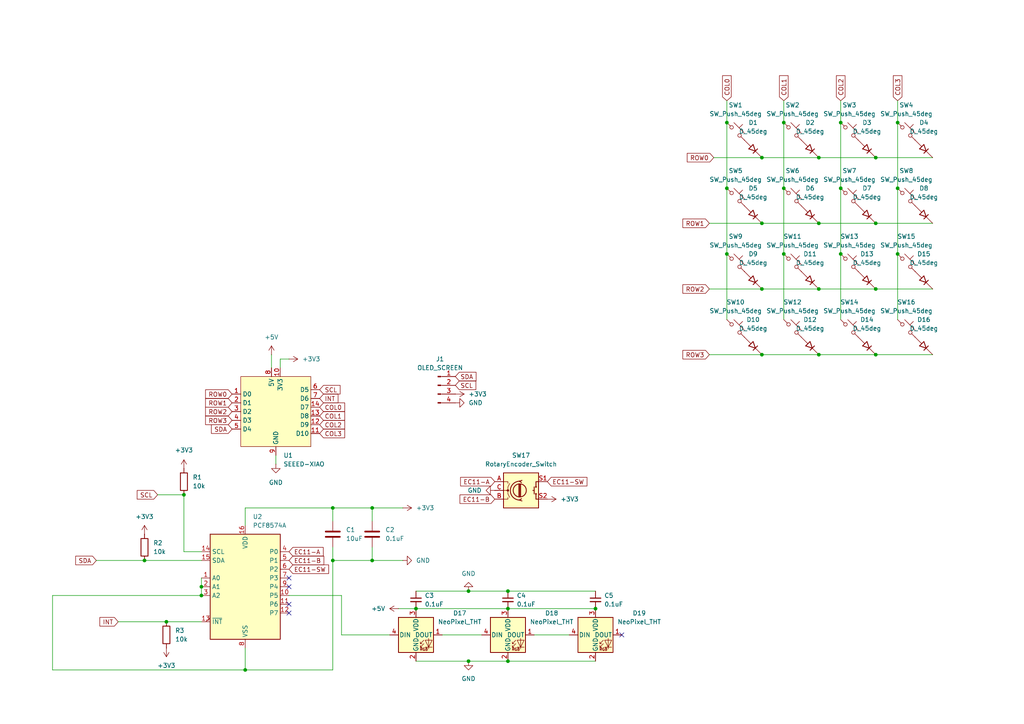
<source format=kicad_sch>
(kicad_sch (version 20231120) (generator "eeschema") (generator_version "8.0")
  (paper "A4")
  (lib_symbols
    (symbol "Connector:Conn_01x04_Pin" (pin_names (offset 1.016) hide)
      (property "Reference" "J" (at 0 5.08 0))
      (property "Value" "Conn_01x04_Pin" (at 0 -7.62 0))
      (symbol "Conn_01x04_Pin_1_1"
        (polyline (pts (xy 1.27 -5.08) (xy 0.8636 -5.08)) (stroke (width 0.1524)))
        (polyline (pts (xy 1.27 -2.54) (xy 0.8636 -2.54)) (stroke (width 0.1524)))
        (polyline (pts (xy 1.27 0) (xy 0.8636 0)) (stroke (width 0.1524)))
        (polyline (pts (xy 1.27 2.54) (xy 0.8636 2.54)) (stroke (width 0.1524)))
        (rectangle (start 0.8636 -4.953) (end 0 -5.207) (stroke (width 0.1524)) (fill (type outline)))
        (rectangle (start 0.8636 -2.413) (end 0 -2.667) (stroke (width 0.1524)) (fill (type outline)))
        (rectangle (start 0.8636 0.127) (end 0 -0.127) (stroke (width 0.1524)) (fill (type outline)))
        (rectangle (start 0.8636 2.667) (end 0 2.413) (stroke (width 0.1524)) (fill (type outline)))
        (pin passive line (at 5.08 2.54 180) (length 3.81) (name "Pin_1") (number "1"))
        (pin passive line (at 5.08 0 180) (length 3.81) (name "Pin_2") (number "2"))
        (pin passive line (at 5.08 -2.54 180) (length 3.81) (name "Pin_3") (number "3"))
        (pin passive line (at 5.08 -5.08 180) (length 3.81) (name "Pin_4") (number "4"))
      )
    )
    (symbol "Device:C" (pin_numbers hide) (pin_names (offset 0.254))
      (property "Reference" "C" (at 0.635 2.54 0))
      (property "Value" "C" (at 0.635 -2.54 0))
      (symbol "C_0_1"
        (polyline (pts (xy -2.032 -0.762) (xy 2.032 -0.762)) (stroke (width 0.508)))
        (polyline (pts (xy -2.032 0.762) (xy 2.032 0.762)) (stroke (width 0.508)))
      )
      (symbol "C_1_1"
        (pin passive line (at 0 3.81 270) (length 2.794) (name "~") (number "1"))
        (pin passive line (at 0 -3.81 90) (length 2.794) (name "~") (number "2"))
      )
    )
    (symbol "Device:C_Small" (pin_numbers hide) (pin_names (offset 0.254) hide)
      (property "Reference" "C" (at 0.254 1.778 0))
      (property "Value" "C_Small" (at 0.254 -2.032 0))
      (symbol "C_Small_0_1"
        (polyline (pts (xy -1.524 -0.508) (xy 1.524 -0.508)) (stroke (width 0.3302)))
        (polyline (pts (xy -1.524 0.508) (xy 1.524 0.508)) (stroke (width 0.3048)))
      )
      (symbol "C_Small_1_1"
        (pin passive line (at 0 2.54 270) (length 2.032) (name "~") (number "1"))
        (pin passive line (at 0 -2.54 90) (length 2.032) (name "~") (number "2"))
      )
    )
    (symbol "Device:D_45deg" (pin_numbers hide) (pin_names (offset 0) hide)
      (property "Reference" "D" (at 1.27 2.54 0))
      (property "Value" "D_45deg" (at 1.27 0 0))
      (symbol "D_45deg_0_1"
        (polyline (pts (xy -0.635 0.635) (xy -2.54 2.54)))
        (polyline (pts (xy 0 -1.27) (xy 1.27 0)) (stroke (width 0.254)))
        (polyline (pts (xy 2.54 -2.54) (xy 0.635 -0.635)))
        (polyline (pts (xy -1.27 0) (xy 0 1.27) (xy 0.635 -0.635) (xy -1.27 0)) (stroke (width 0.254)))
      )
      (symbol "D_45deg_1_1"
        (pin passive line (at 2.54 -2.54 180) (length 0) (name "K") (number "1"))
        (pin passive line (at -2.54 2.54 0) (length 0) (name "A") (number "2"))
      )
    )
    (symbol "Device:R" (pin_numbers hide) (pin_names (offset 0))
      (property "Reference" "R" (at 2.032 0 90))
      (property "Value" "R" (at 0 0 90))
      (symbol "R_0_1"
        (rectangle (start -1.016 -2.54) (end 1.016 2.54) (stroke (width 0.254)))
      )
      (symbol "R_1_1"
        (pin passive line (at 0 3.81 270) (length 1.27) (name "~") (number "1"))
        (pin passive line (at 0 -3.81 90) (length 1.27) (name "~") (number "2"))
      )
    )
    (symbol "Device:RotaryEncoder_Switch" (pin_names (offset 0.254) hide)
      (property "Reference" "SW" (at 0 6.604 0))
      (property "Value" "RotaryEncoder_Switch" (at 0 -6.604 0))
      (symbol "RotaryEncoder_Switch_0_1"
        (rectangle (start -5.08 5.08) (end 5.08 -5.08) (stroke (width 0.254)) (fill (type background)))
        (circle (center -3.81 0) (radius 0.254) (fill (type outline)))
        (circle (center -0.381 0) (radius 1.905) (stroke (width 0.254)))
        (arc (start -0.381 2.667) (mid -3.0988 -0.0635) (end -0.381 -2.794) (stroke (width 0.254)))
        (polyline (pts (xy -0.635 -1.778) (xy -0.635 1.778)) (stroke (width 0.254)))
        (polyline (pts (xy -0.381 -1.778) (xy -0.381 1.778)) (stroke (width 0.254)))
        (polyline (pts (xy -0.127 1.778) (xy -0.127 -1.778)) (stroke (width 0.254)))
        (polyline (pts (xy 3.81 0) (xy 3.429 0)) (stroke (width 0.254)))
        (polyline (pts (xy 3.81 1.016) (xy 3.81 -1.016)) (stroke (width 0.254)))
        (polyline (pts (xy -5.08 -2.54) (xy -3.81 -2.54) (xy -3.81 -2.032)))
        (polyline (pts (xy -5.08 2.54) (xy -3.81 2.54) (xy -3.81 2.032)))
        (polyline (pts (xy 0.254 -3.048) (xy -0.508 -2.794) (xy 0.127 -2.413)) (stroke (width 0.254)))
        (polyline (pts (xy 0.254 2.921) (xy -0.508 2.667) (xy 0.127 2.286)) (stroke (width 0.254)))
        (polyline (pts (xy 5.08 -2.54) (xy 4.318 -2.54) (xy 4.318 -1.016)) (stroke (width 0.254)))
        (polyline (pts (xy 5.08 2.54) (xy 4.318 2.54) (xy 4.318 1.016)) (stroke (width 0.254)))
        (polyline (pts (xy -5.08 0) (xy -3.81 0) (xy -3.81 -1.016) (xy -3.302 -2.032)))
        (polyline (pts (xy -4.318 0) (xy -3.81 0) (xy -3.81 1.016) (xy -3.302 2.032)))
        (circle (center 4.318 -1.016) (radius 0.127) (stroke (width 0.254)))
        (circle (center 4.318 1.016) (radius 0.127) (stroke (width 0.254)))
      )
      (symbol "RotaryEncoder_Switch_1_1"
        (pin passive line (at -7.62 2.54 0) (length 2.54) (name "A") (number "A"))
        (pin passive line (at -7.62 -2.54 0) (length 2.54) (name "B") (number "B"))
        (pin passive line (at -7.62 0 0) (length 2.54) (name "C") (number "C"))
        (pin passive line (at 7.62 2.54 180) (length 2.54) (name "S1") (number "S1"))
        (pin passive line (at 7.62 -2.54 180) (length 2.54) (name "S2") (number "S2"))
      )
    )
    (symbol "Interface_Expansion:PCF8574A"
      (property "Reference" "U" (at -8.89 16.51 0))
      (property "Value" "PCF8574A" (at 2.54 16.51 0))
      (symbol "PCF8574A_0_1"
        (rectangle (start -10.16 15.24) (end 10.16 -15.24) (stroke (width 0.254)) (fill (type background)))
      )
      (symbol "PCF8574A_1_1"
        (pin input line (at -12.7 2.54 0) (length 2.54) (name "A0") (number "1"))
        (pin bidirectional line (at 12.7 -2.54 180) (length 2.54) (name "P5") (number "10"))
        (pin bidirectional line (at 12.7 -5.08 180) (length 2.54) (name "P6") (number "11"))
        (pin bidirectional line (at 12.7 -7.62 180) (length 2.54) (name "P7") (number "12"))
        (pin open_collector output_low (at -12.7 -10.16 0) (length 2.54) (name "~{INT}") (number "13"))
        (pin input line (at -12.7 10.16 0) (length 2.54) (name "SCL") (number "14"))
        (pin bidirectional line (at -12.7 7.62 0) (length 2.54) (name "SDA") (number "15"))
        (pin power_in line (at 0 17.78 270) (length 2.54) (name "VDD") (number "16"))
        (pin input line (at -12.7 0 0) (length 2.54) (name "A1") (number "2"))
        (pin input line (at -12.7 -2.54 0) (length 2.54) (name "A2") (number "3"))
        (pin bidirectional line (at 12.7 10.16 180) (length 2.54) (name "P0") (number "4"))
        (pin bidirectional line (at 12.7 7.62 180) (length 2.54) (name "P1") (number "5"))
        (pin bidirectional line (at 12.7 5.08 180) (length 2.54) (name "P2") (number "6"))
        (pin bidirectional line (at 12.7 2.54 180) (length 2.54) (name "P3") (number "7"))
        (pin power_in line (at 0 -17.78 90) (length 2.54) (name "VSS") (number "8"))
        (pin bidirectional line (at 12.7 0 180) (length 2.54) (name "P4") (number "9"))
      )
    )
    (symbol "LED:NeoPixel_THT" (pin_names (offset 0.254))
      (property "Reference" "D" (at 5.08 5.715 0))
      (property "Value" "NeoPixel_THT" (at 1.27 -5.715 0))
      (symbol "NeoPixel_THT_0_0"
        (text "RGB" (at 2.286 -4.191 0) (effects (font (size 0.762 0.762))))
      )
      (symbol "NeoPixel_THT_0_1"
        (polyline (pts (xy 1.27 -3.556) (xy 1.778 -3.556)))
        (polyline (pts (xy 1.27 -2.54) (xy 1.778 -2.54)))
        (polyline (pts (xy 4.699 -3.556) (xy 2.667 -3.556)))
        (polyline (pts (xy 2.286 -2.54) (xy 1.27 -3.556) (xy 1.27 -3.048)))
        (polyline (pts (xy 2.286 -1.524) (xy 1.27 -2.54) (xy 1.27 -2.032)))
        (polyline (pts (xy 3.683 -1.016) (xy 3.683 -3.556) (xy 3.683 -4.064)))
        (polyline (pts (xy 4.699 -1.524) (xy 2.667 -1.524) (xy 3.683 -3.556) (xy 4.699 -1.524)))
        (rectangle (start 5.08 5.08) (end -5.08 -5.08) (stroke (width 0.254)) (fill (type background)))
      )
      (symbol "NeoPixel_THT_1_1"
        (pin output line (at 7.62 0 180) (length 2.54) (name "DOUT") (number "1"))
        (pin power_in line (at 0 -7.62 90) (length 2.54) (name "GND") (number "2"))
        (pin power_in line (at 0 7.62 270) (length 2.54) (name "VDD") (number "3"))
        (pin input line (at -7.62 0 0) (length 2.54) (name "DIN") (number "4"))
      )
    )
    (symbol "SEEED-XIAO:SEEED-XIAO"
      (property "Reference" "U" (at 2.794 13.716 0))
      (property "Value" "SEEED-XIAO" (at -0.254 0 0))
      (symbol "SEEED-XIAO_0_1"
        (rectangle (start -10.16 10.16) (end 10.16 -10.16) (fill (type background)))
      )
      (symbol "SEEED-XIAO_1_1"
        (pin bidirectional line (at -12.7 5.08 0) (length 2.54) (name "D0") (number "1"))
        (pin power_in line (at 1.27 12.7 270) (length 2.54) (name "3V3") (number "10"))
        (pin bidirectional line (at 12.7 -6.35 180) (length 2.54) (name "D10") (number "11"))
        (pin bidirectional line (at 12.7 -3.81 180) (length 2.54) (name "D9") (number "12"))
        (pin bidirectional line (at 12.7 -1.27 180) (length 2.54) (name "D8") (number "13"))
        (pin bidirectional line (at 12.7 1.27 180) (length 2.54) (name "D7") (number "14"))
        (pin bidirectional line (at -12.7 2.54 0) (length 2.54) (name "D1") (number "2"))
        (pin bidirectional line (at -12.7 0 0) (length 2.54) (name "D2") (number "3"))
        (pin bidirectional line (at -12.7 -2.54 0) (length 2.54) (name "D3") (number "4"))
        (pin bidirectional line (at -12.7 -5.08 0) (length 2.54) (name "D4") (number "5"))
        (pin bidirectional line (at 12.7 6.35 180) (length 2.54) (name "D5") (number "6"))
        (pin bidirectional line (at 12.7 3.81 180) (length 2.54) (name "D6") (number "7"))
        (pin power_in line (at -1.27 12.7 270) (length 2.54) (name "5V") (number "8"))
        (pin power_in line (at 0 -12.7 90) (length 2.54) (name "GND") (number "9"))
      )
    )
    (symbol "Switch:SW_Push_45deg" (pin_numbers hide) (pin_names (offset 1.016) hide)
      (property "Reference" "SW" (at 3.048 1.016 0))
      (property "Value" "SW_Push_45deg" (at 0 -3.81 0))
      (symbol "SW_Push_45deg_0_1"
        (circle (center -1.1684 1.1684) (radius 0.508))
        (polyline (pts (xy -0.508 2.54) (xy 2.54 -0.508)))
        (polyline (pts (xy 1.016 1.016) (xy 2.032 2.032)))
        (polyline (pts (xy -2.54 2.54) (xy -1.524 1.524) (xy -1.524 1.524)))
        (polyline (pts (xy 1.524 -1.524) (xy 2.54 -2.54) (xy 2.54 -2.54) (xy 2.54 -2.54)))
        (circle (center 1.143 -1.1938) (radius 0.508))
        (pin passive line (at -2.54 2.54 0) (length 0) (name "1") (number "1"))
        (pin passive line (at 2.54 -2.54 180) (length 0) (name "2") (number "2"))
      )
    )
    (symbol "power:+3V3" (power) (pin_numbers hide) (pin_names (offset 0) hide)
      (property "Value" "+3V3" (at 0 3.556 0))
      (symbol "+3V3_0_1"
        (polyline (pts (xy -0.762 1.27) (xy 0 2.54)))
        (polyline (pts (xy 0 0) (xy 0 2.54)))
        (polyline (pts (xy 0 2.54) (xy 0.762 1.27)))
      )
      (symbol "+3V3_1_1"
        (pin power_in line (at 0 0 90) (length 0) (name "~") (number "1"))
      )
    )
    (symbol "power:+5V" (power) (pin_numbers hide) (pin_names (offset 0) hide)
      (property "Value" "+5V" (at 0 3.556 0))
      (symbol "+5V_0_1"
        (polyline (pts (xy -0.762 1.27) (xy 0 2.54)))
        (polyline (pts (xy 0 0) (xy 0 2.54)))
        (polyline (pts (xy 0 2.54) (xy 0.762 1.27)))
      )
      (symbol "+5V_1_1"
        (pin power_in line (at 0 0 90) (length 0) (name "~") (number "1"))
      )
    )
    (symbol "power:GND" (power) (pin_numbers hide) (pin_names (offset 0) hide)
      (property "Value" "GND" (at 0 -3.81 0))
      (symbol "GND_0_1"
        (polyline (pts (xy 0 0) (xy 0 -1.27) (xy 1.27 -1.27) (xy 0 -2.54) (xy -1.27 -1.27) (xy 0 -1.27)))
      )
      (symbol "GND_1_1"
        (pin power_in line (at 0 0 270) (length 0) (name "~") (number "1"))
      )
    )
  )
  (junction (at 53.34 143.51))
  (junction (at 220.98 64.77))
  (junction (at 147.32 176.53))
  (junction (at 260.35 54.61))
  (junction (at 237.49 83.82))
  (junction (at 58.42 170.18))
  (junction (at 237.49 64.77))
  (junction (at 243.84 54.61))
  (junction (at 260.35 35.56))
  (junction (at 147.32 191.77))
  (junction (at 220.98 83.82))
  (junction (at 210.82 54.61))
  (junction (at 227.33 54.61))
  (junction (at 227.33 35.56))
  (junction (at 243.84 35.56))
  (junction (at 71.12 194.31))
  (junction (at 237.49 102.87))
  (junction (at 210.82 35.56))
  (junction (at 48.26 180.34))
  (junction (at 260.35 73.66))
  (junction (at 135.89 191.77))
  (junction (at 220.98 102.87))
  (junction (at 237.49 45.72))
  (junction (at 135.89 171.45))
  (junction (at 254 102.87))
  (junction (at 254 83.82))
  (junction (at 107.95 162.56))
  (junction (at 172.72 176.53))
  (junction (at 96.52 147.32))
  (junction (at 120.65 176.53))
  (junction (at 41.91 162.56))
  (junction (at 243.84 73.66))
  (junction (at 147.32 171.45))
  (junction (at 210.82 73.66))
  (junction (at 96.52 162.56))
  (junction (at 254 45.72))
  (junction (at 58.42 172.72))
  (junction (at 227.33 73.66))
  (junction (at 107.95 147.32))
  (junction (at 220.98 45.72))
  (junction (at 254 64.77))
  (no_connect (at 83.82 177.8))
  (no_connect (at 83.82 175.26))
  (no_connect (at 83.82 167.64))
  (no_connect (at 180.34 184.15))
  (no_connect (at 83.82 170.18))
  (wire (pts (xy 243.84 54.61) (xy 243.84 73.66)))
  (wire (pts (xy 227.33 73.66) (xy 227.33 92.71)))
  (wire (pts (xy 107.95 162.56) (xy 107.95 158.75)))
  (wire (pts (xy 210.82 73.66) (xy 210.82 92.71)))
  (wire (pts (xy 58.42 167.64) (xy 58.42 170.18)))
  (wire (pts (xy 139.7 184.15) (xy 128.27 184.15)))
  (wire (pts (xy 207.01 45.72) (xy 220.98 45.72)))
  (wire (pts (xy 96.52 158.75) (xy 96.52 162.56)))
  (wire (pts (xy 27.94 162.56) (xy 41.91 162.56)))
  (wire (pts (xy 71.12 194.31) (xy 96.52 194.31)))
  (wire (pts (xy 147.32 176.53) (xy 172.72 176.53)))
  (wire (pts (xy 227.33 35.56) (xy 227.33 54.61)))
  (wire (pts (xy 96.52 162.56) (xy 96.52 194.31)))
  (wire (pts (xy 15.24 172.72) (xy 58.42 172.72)))
  (wire (pts (xy 99.06 184.15) (xy 113.03 184.15)))
  (wire (pts (xy 71.12 152.4) (xy 71.12 147.32)))
  (wire (pts (xy 220.98 83.82) (xy 237.49 83.82)))
  (wire (pts (xy 120.65 191.77) (xy 135.89 191.77)))
  (wire (pts (xy 210.82 54.61) (xy 210.82 73.66)))
  (wire (pts (xy 83.82 172.72) (xy 99.06 172.72)))
  (wire (pts (xy 260.35 35.56) (xy 260.35 54.61)))
  (wire (pts (xy 205.74 64.77) (xy 220.98 64.77)))
  (wire (pts (xy 120.65 171.45) (xy 135.89 171.45)))
  (wire (pts (xy 78.74 102.87) (xy 78.74 106.68)))
  (wire (pts (xy 165.1 184.15) (xy 154.94 184.15)))
  (wire (pts (xy 254 64.77) (xy 270.51 64.77)))
  (wire (pts (xy 205.74 83.82) (xy 220.98 83.82)))
  (wire (pts (xy 107.95 162.56) (xy 116.84 162.56)))
  (wire (pts (xy 237.49 64.77) (xy 254 64.77)))
  (wire (pts (xy 120.65 176.53) (xy 147.32 176.53)))
  (wire (pts (xy 71.12 147.32) (xy 96.52 147.32)))
  (wire (pts (xy 71.12 187.96) (xy 71.12 194.31)))
  (wire (pts (xy 135.89 171.45) (xy 147.32 171.45)))
  (wire (pts (xy 58.42 160.02) (xy 53.34 160.02)))
  (wire (pts (xy 34.29 180.34) (xy 48.26 180.34)))
  (wire (pts (xy 227.33 54.61) (xy 227.33 73.66)))
  (wire (pts (xy 115.57 176.53) (xy 120.65 176.53)))
  (wire (pts (xy 210.82 35.56) (xy 210.82 54.61)))
  (wire (pts (xy 81.28 106.68) (xy 81.28 104.14)))
  (wire (pts (xy 243.84 73.66) (xy 243.84 92.71)))
  (wire (pts (xy 99.06 172.72) (xy 99.06 184.15)))
  (wire (pts (xy 53.34 143.51) (xy 53.34 160.02)))
  (wire (pts (xy 45.72 143.51) (xy 53.34 143.51)))
  (wire (pts (xy 48.26 180.34) (xy 58.42 180.34)))
  (wire (pts (xy 96.52 147.32) (xy 96.52 151.13)))
  (wire (pts (xy 243.84 35.56) (xy 243.84 54.61)))
  (wire (pts (xy 58.42 170.18) (xy 58.42 172.72)))
  (wire (pts (xy 41.91 162.56) (xy 58.42 162.56)))
  (wire (pts (xy 205.74 102.87) (xy 220.98 102.87)))
  (wire (pts (xy 96.52 162.56) (xy 107.95 162.56)))
  (wire (pts (xy 260.35 54.61) (xy 260.35 73.66)))
  (wire (pts (xy 227.33 29.21) (xy 227.33 35.56)))
  (wire (pts (xy 254 45.72) (xy 270.51 45.72)))
  (wire (pts (xy 147.32 191.77) (xy 172.72 191.77)))
  (wire (pts (xy 260.35 29.21) (xy 260.35 35.56)))
  (wire (pts (xy 220.98 102.87) (xy 237.49 102.87)))
  (wire (pts (xy 237.49 83.82) (xy 254 83.82)))
  (wire (pts (xy 254 102.87) (xy 270.51 102.87)))
  (wire (pts (xy 220.98 64.77) (xy 237.49 64.77)))
  (wire (pts (xy 15.24 172.72) (xy 15.24 194.31)))
  (wire (pts (xy 147.32 191.77) (xy 135.89 191.77)))
  (wire (pts (xy 260.35 73.66) (xy 260.35 92.71)))
  (wire (pts (xy 254 83.82) (xy 270.51 83.82)))
  (wire (pts (xy 237.49 102.87) (xy 254 102.87)))
  (wire (pts (xy 81.28 104.14) (xy 83.82 104.14)))
  (wire (pts (xy 210.82 29.21) (xy 210.82 35.56)))
  (wire (pts (xy 147.32 171.45) (xy 172.72 171.45)))
  (wire (pts (xy 237.49 45.72) (xy 254 45.72)))
  (wire (pts (xy 80.01 132.08) (xy 80.01 134.62)))
  (wire (pts (xy 107.95 147.32) (xy 116.84 147.32)))
  (wire (pts (xy 96.52 147.32) (xy 107.95 147.32)))
  (wire (pts (xy 15.24 194.31) (xy 71.12 194.31)))
  (wire (pts (xy 243.84 29.21) (xy 243.84 35.56)))
  (wire (pts (xy 220.98 45.72) (xy 237.49 45.72)))
  (wire (pts (xy 107.95 147.32) (xy 107.95 151.13)))
  (global_label "ROW0" (shape input) (at 207.01 45.72 180) (property "Intersheetrefs" "${INTERSHEET_REFS}" (effects (hide yes))))
  (global_label "SCL" (shape input) (at 132.08 111.76 0) (property "Intersheetrefs" "${INTERSHEET_REFS}" (effects (hide yes))))
  (global_label "EC11-A" (shape input) (at 143.51 139.7 180) (property "Intersheetrefs" "${INTERSHEET_REFS}" (effects (hide yes))))
  (global_label "COL2" (shape input) (at 243.84 29.21 90) (property "Intersheetrefs" "${INTERSHEET_REFS}" (effects (hide yes))))
  (global_label "SCL" (shape input) (at 92.71 113.03 0) (property "Intersheetrefs" "${INTERSHEET_REFS}" (effects (hide yes))))
  (global_label "ROW3" (shape input) (at 205.74 102.87 180) (property "Intersheetrefs" "${INTERSHEET_REFS}" (effects (hide yes))))
  (global_label "INT" (shape input) (at 34.29 180.34 180) (property "Intersheetrefs" "${INTERSHEET_REFS}" (effects (hide yes))))
  (global_label "COL3" (shape input) (at 92.71 125.73 0) (property "Intersheetrefs" "${INTERSHEET_REFS}" (effects (hide yes))))
  (global_label "EC11-SW" (shape input) (at 158.75 139.7 0) (property "Intersheetrefs" "${INTERSHEET_REFS}" (effects (hide yes))))
  (global_label "COL1" (shape input) (at 92.71 120.65 0) (property "Intersheetrefs" "${INTERSHEET_REFS}" (effects (hide yes))))
  (global_label "SDA" (shape input) (at 132.08 109.22 0) (property "Intersheetrefs" "${INTERSHEET_REFS}" (effects (hide yes))))
  (global_label "SDA" (shape input) (at 67.31 124.46 180) (property "Intersheetrefs" "${INTERSHEET_REFS}" (effects (hide yes))))
  (global_label "ROW2" (shape input) (at 205.74 83.82 180) (property "Intersheetrefs" "${INTERSHEET_REFS}" (effects (hide yes))))
  (global_label "ROW2" (shape input) (at 67.31 119.38 180) (property "Intersheetrefs" "${INTERSHEET_REFS}" (effects (hide yes))))
  (global_label "COL0" (shape input) (at 210.82 29.21 90) (property "Intersheetrefs" "${INTERSHEET_REFS}" (effects (hide yes))))
  (global_label "COL3" (shape input) (at 260.35 29.21 90) (property "Intersheetrefs" "${INTERSHEET_REFS}" (effects (hide yes))))
  (global_label "COL1" (shape input) (at 227.33 29.21 90) (property "Intersheetrefs" "${INTERSHEET_REFS}" (effects (hide yes))))
  (global_label "ROW3" (shape input) (at 67.31 121.92 180) (property "Intersheetrefs" "${INTERSHEET_REFS}" (effects (hide yes))))
  (global_label "SCL" (shape input) (at 45.72 143.51 180) (property "Intersheetrefs" "${INTERSHEET_REFS}" (effects (hide yes))))
  (global_label "COL0" (shape input) (at 92.71 118.11 0) (property "Intersheetrefs" "${INTERSHEET_REFS}" (effects (hide yes))))
  (global_label "EC11-B" (shape input) (at 143.51 144.78 180) (property "Intersheetrefs" "${INTERSHEET_REFS}" (effects (hide yes))))
  (global_label "EC11-SW" (shape input) (at 83.82 165.1 0) (property "Intersheetrefs" "${INTERSHEET_REFS}" (effects (hide yes))))
  (global_label "ROW1" (shape input) (at 67.31 116.84 180) (property "Intersheetrefs" "${INTERSHEET_REFS}" (effects (hide yes))))
  (global_label "COL2" (shape input) (at 92.71 123.19 0) (property "Intersheetrefs" "${INTERSHEET_REFS}" (effects (hide yes))))
  (global_label "EC11-B" (shape input) (at 83.82 162.56 0) (property "Intersheetrefs" "${INTERSHEET_REFS}" (effects (hide yes))))
  (global_label "ROW1" (shape input) (at 205.74 64.77 180) (property "Intersheetrefs" "${INTERSHEET_REFS}" (effects (hide yes))))
  (global_label "ROW0" (shape input) (at 67.31 114.3 180) (property "Intersheetrefs" "${INTERSHEET_REFS}" (effects (hide yes))))
  (global_label "EC11-A" (shape input) (at 83.82 160.02 0) (property "Intersheetrefs" "${INTERSHEET_REFS}" (effects (hide yes))))
  (global_label "INT" (shape input) (at 92.71 115.57 0) (property "Intersheetrefs" "${INTERSHEET_REFS}" (effects (hide yes))))
  (global_label "SDA" (shape input) (at 27.94 162.56 180) (property "Intersheetrefs" "${INTERSHEET_REFS}" (effects (hide yes))))
  (symbol (lib_id "Switch:SW_Push_45deg") (at 229.87 38.1 0) (unit 1)
    (property "Reference" "SW2" (at 229.87 30.48 0))
    (property "Value" "SW_Push_45deg" (at 229.87 33.02 0))
    (property "Footprint" "ScottoKeebs_MX:MX_PCB_1.00u" (effects (hide yes)))
    (property "Description" "Push button switch, normally open, two pins, 45° tilted" (effects (hide yes)))
  )
  (symbol (lib_id "power:GND") (at 143.51 142.24 270) (unit 1)
    (property "Reference" "#PWR06" (effects (hide yes)))
    (property "Value" "GND" (at 139.7 142.2399 90) (effects (justify right)))
    (property "Description" "Power symbol creates a global label with name \"GND\" , ground" (effects (hide yes)))
  )
  (symbol (lib_id "power:GND") (at 135.89 171.45 180) (unit 1)
    (property "Reference" "#PWR014" (effects (hide yes)))
    (property "Value" "GND" (at 135.89 166.37 0))
    (property "Description" "Power symbol creates a global label with name \"GND\" , ground" (effects (hide yes)))
  )
  (symbol (lib_id "Device:D_45deg") (at 234.95 100.33 0) (unit 1)
    (property "Reference" "D12" (at 234.95 92.71 0))
    (property "Value" "D_45deg" (at 234.95 95.25 0))
    (property "Footprint" "Diode_THT:D_DO-35_SOD27_P7.62mm_Horizontal" (effects (hide yes)))
    (property "Description" "Diode, rotated by 45°" (effects (hide yes)))
    (property "Sim.Device" "D" (effects (hide yes)))
    (property "Sim.Pins" "1=K 2=A" (effects (hide yes)))
  )
  (symbol (lib_id "Device:C") (at 107.95 154.94 0) (unit 1)
    (property "Reference" "C2" (at 111.76 153.6699 0) (effects (justify left)))
    (property "Value" "0.1uF" (at 111.76 156.2099 0) (effects (justify left)))
    (property "Footprint" "Capacitor_THT:C_Radial_D5.0mm_H7.0mm_P2.00mm" (effects (hide yes)))
    (property "Description" "Unpolarized capacitor" (effects (hide yes)))
  )
  (symbol (lib_id "Device:D_45deg") (at 251.46 100.33 0) (unit 1)
    (property "Reference" "D14" (at 251.46 92.71 0))
    (property "Value" "D_45deg" (at 251.46 95.25 0))
    (property "Footprint" "Diode_THT:D_DO-35_SOD27_P7.62mm_Horizontal" (effects (hide yes)))
    (property "Description" "Diode, rotated by 45°" (effects (hide yes)))
    (property "Sim.Device" "D" (effects (hide yes)))
    (property "Sim.Pins" "1=K 2=A" (effects (hide yes)))
  )
  (symbol (lib_id "Device:D_45deg") (at 267.97 81.28 0) (unit 1)
    (property "Reference" "D15" (at 267.97 73.66 0))
    (property "Value" "D_45deg" (at 267.97 76.2 0))
    (property "Footprint" "Diode_THT:D_DO-35_SOD27_P7.62mm_Horizontal" (effects (hide yes)))
    (property "Description" "Diode, rotated by 45°" (effects (hide yes)))
    (property "Sim.Device" "D" (effects (hide yes)))
    (property "Sim.Pins" "1=K 2=A" (effects (hide yes)))
  )
  (symbol (lib_id "LED:NeoPixel_THT") (at 147.32 184.15 0) (unit 1)
    (property "Reference" "D18" (at 160.02 177.8314 0))
    (property "Value" "NeoPixel_THT" (at 160.02 180.3714 0))
    (property "Footprint" "LED_THT:LED_D5.0mm-4_RGB" (effects (hide yes)))
    (property "Datasheet" "https://www.adafruit.com/product/1938" (effects (hide yes)))
    (property "Description" "RGB LED with integrated controller, 5mm/8mm LED package" (effects (hide yes)))
  )
  (symbol (lib_id "Switch:SW_Push_45deg") (at 262.89 95.25 0) (unit 1)
    (property "Reference" "SW16" (at 262.89 87.63 0))
    (property "Value" "SW_Push_45deg" (at 262.89 90.17 0))
    (property "Footprint" "ScottoKeebs_MX:MX_PCB_1.00u" (effects (hide yes)))
    (property "Description" "Push button switch, normally open, two pins, 45° tilted" (effects (hide yes)))
  )
  (symbol (lib_id "Switch:SW_Push_45deg") (at 262.89 57.15 0) (unit 1)
    (property "Reference" "SW8" (at 262.89 49.53 0))
    (property "Value" "SW_Push_45deg" (at 262.89 52.07 0))
    (property "Footprint" "ScottoKeebs_MX:MX_PCB_1.00u" (effects (hide yes)))
    (property "Description" "Push button switch, normally open, two pins, 45° tilted" (effects (hide yes)))
  )
  (symbol (lib_id "Device:D_45deg") (at 218.44 62.23 0) (unit 1)
    (property "Reference" "D5" (at 218.44 54.61 0))
    (property "Value" "D_45deg" (at 218.44 57.15 0))
    (property "Footprint" "Diode_THT:D_DO-35_SOD27_P7.62mm_Horizontal" (effects (hide yes)))
    (property "Description" "Diode, rotated by 45°" (effects (hide yes)))
    (property "Sim.Device" "D" (effects (hide yes)))
    (property "Sim.Pins" "1=K 2=A" (effects (hide yes)))
  )
  (symbol (lib_id "LED:NeoPixel_THT") (at 172.72 184.15 0) (unit 1)
    (property "Reference" "D19" (at 185.42 177.8314 0))
    (property "Value" "NeoPixel_THT" (at 185.42 180.3714 0))
    (property "Footprint" "LED_THT:LED_D5.0mm-4_RGB" (effects (hide yes)))
    (property "Datasheet" "https://www.adafruit.com/product/1938" (effects (hide yes)))
    (property "Description" "RGB LED with integrated controller, 5mm/8mm LED package" (effects (hide yes)))
  )
  (symbol (lib_id "Device:C_Small") (at 172.72 173.99 0) (unit 1)
    (property "Reference" "C5" (at 175.26 172.7262 0) (effects (justify left)))
    (property "Value" "0.1uF" (at 175.26 175.2662 0) (effects (justify left)))
    (property "Footprint" "Capacitor_THT:C_Radial_D4.0mm_H5.0mm_P1.50mm" (effects (hide yes)))
    (property "Description" "Unpolarized capacitor, small symbol" (effects (hide yes)))
  )
  (symbol (lib_id "power:GND") (at 80.01 134.62 0) (unit 1)
    (property "Reference" "#PWR02" (effects (hide yes)))
    (property "Value" "GND" (at 80.01 139.954 0))
    (property "Description" "Power symbol creates a global label with name \"GND\" , ground" (effects (hide yes)))
  )
  (symbol (lib_id "Switch:SW_Push_45deg") (at 246.38 76.2 0) (unit 1)
    (property "Reference" "SW13" (at 246.38 68.58 0))
    (property "Value" "SW_Push_45deg" (at 246.38 71.12 0))
    (property "Footprint" "ScottoKeebs_MX:MX_PCB_1.00u" (effects (hide yes)))
    (property "Description" "Push button switch, normally open, two pins, 45° tilted" (effects (hide yes)))
  )
  (symbol (lib_id "Device:C") (at 96.52 154.94 0) (unit 1)
    (property "Reference" "C1" (at 100.33 153.6699 0) (effects (justify left)))
    (property "Value" "10uF" (at 100.33 156.2099 0) (effects (justify left)))
    (property "Footprint" "Capacitor_THT:C_Radial_D5.0mm_H7.0mm_P2.00mm" (effects (hide yes)))
    (property "Description" "Unpolarized capacitor" (effects (hide yes)))
  )
  (symbol (lib_id "Device:D_45deg") (at 267.97 62.23 0) (unit 1)
    (property "Reference" "D8" (at 267.97 54.61 0))
    (property "Value" "D_45deg" (at 267.97 57.15 0))
    (property "Footprint" "Diode_THT:D_DO-35_SOD27_P7.62mm_Horizontal" (effects (hide yes)))
    (property "Description" "Diode, rotated by 45°" (effects (hide yes)))
    (property "Sim.Device" "D" (effects (hide yes)))
    (property "Sim.Pins" "1=K 2=A" (effects (hide yes)))
  )
  (symbol (lib_id "SEEED-XIAO:SEEED-XIAO") (at 80.01 119.38 0) (unit 1)
    (property "Reference" "U1" (at 82.2041 132.08 0) (effects (justify left)))
    (property "Value" "SEEED-XIAO" (at 82.2041 134.62 0) (effects (justify left)))
    (property "Footprint" "XIAO_PCB:XIAO-14P-THT-2.54-21x17.8MM" (effects (hide yes)))
    (property "Datasheet" "https://wiki.seeedstudio.com/XIAO-RP2040/#hardware-overview" (effects (hide yes)))
    (property "Description" "Seeed Studio XIAO board (datasheet is for RP2040, supports more boards)" (effects (hide yes)))
  )
  (symbol (lib_id "power:+3V3") (at 83.82 104.14 270) (unit 1)
    (property "Reference" "#PWR05" (effects (hide yes)))
    (property "Value" "+3V3" (at 87.63 104.1399 90) (effects (justify left)))
    (property "Description" "Power symbol creates a global label with name \"+3V3\"" (effects (hide yes)))
  )
  (symbol (lib_id "Device:D_45deg") (at 234.95 43.18 0) (unit 1)
    (property "Reference" "D2" (at 234.95 35.56 0))
    (property "Value" "D_45deg" (at 234.95 38.1 0))
    (property "Footprint" "Diode_THT:D_DO-35_SOD27_P7.62mm_Horizontal" (effects (hide yes)))
    (property "Description" "Diode, rotated by 45°" (effects (hide yes)))
    (property "Sim.Device" "D" (effects (hide yes)))
    (property "Sim.Pins" "1=K 2=A" (effects (hide yes)))
  )
  (symbol (lib_id "power:+3V3") (at 48.26 187.96 180) (unit 1)
    (property "Reference" "#PWR010" (effects (hide yes)))
    (property "Value" "+3V3" (at 48.26 193.04 0))
    (property "Description" "Power symbol creates a global label with name \"+3V3\"" (effects (hide yes)))
  )
  (symbol (lib_id "Switch:SW_Push_45deg") (at 262.89 38.1 0) (unit 1)
    (property "Reference" "SW4" (at 262.89 30.48 0))
    (property "Value" "SW_Push_45deg" (at 262.89 33.02 0))
    (property "Footprint" "ScottoKeebs_MX:MX_PCB_1.00u" (effects (hide yes)))
    (property "Description" "Push button switch, normally open, two pins, 45° tilted" (effects (hide yes)))
  )
  (symbol (lib_id "power:+3V3") (at 158.75 144.78 270) (unit 1)
    (property "Reference" "#PWR07" (effects (hide yes)))
    (property "Value" "+3V3" (at 162.56 144.7799 90) (effects (justify left)))
    (property "Description" "Power symbol creates a global label with name \"+3V3\"" (effects (hide yes)))
  )
  (symbol (lib_id "Device:D_45deg") (at 218.44 43.18 0) (unit 1)
    (property "Reference" "D1" (at 218.44 35.56 0))
    (property "Value" "D_45deg" (at 218.44 38.1 0))
    (property "Footprint" "Diode_THT:D_DO-35_SOD27_P7.62mm_Horizontal" (effects (hide yes)))
    (property "Description" "Diode, rotated by 45°" (effects (hide yes)))
    (property "Sim.Device" "D" (effects (hide yes)))
    (property "Sim.Pins" "1=K 2=A" (effects (hide yes)))
  )
  (symbol (lib_id "Switch:SW_Push_45deg") (at 213.36 95.25 0) (unit 1)
    (property "Reference" "SW10" (at 213.36 87.63 0))
    (property "Value" "SW_Push_45deg" (at 213.36 90.17 0))
    (property "Footprint" "ScottoKeebs_MX:MX_PCB_1.00u" (effects (hide yes)))
    (property "Description" "Push button switch, normally open, two pins, 45° tilted" (effects (hide yes)))
  )
  (symbol (lib_id "power:+5V") (at 78.74 102.87 0) (unit 1)
    (property "Reference" "#PWR01" (effects (hide yes)))
    (property "Value" "+5V" (at 78.74 97.79 0))
    (property "Description" "Power symbol creates a global label with name \"+5V\"" (effects (hide yes)))
  )
  (symbol (lib_id "Device:D_45deg") (at 218.44 100.33 0) (unit 1)
    (property "Reference" "D10" (at 218.44 92.71 0))
    (property "Value" "D_45deg" (at 218.44 95.25 0))
    (property "Footprint" "Diode_THT:D_DO-35_SOD27_P7.62mm_Horizontal" (effects (hide yes)))
    (property "Description" "Diode, rotated by 45°" (effects (hide yes)))
    (property "Sim.Device" "D" (effects (hide yes)))
    (property "Sim.Pins" "1=K 2=A" (effects (hide yes)))
  )
  (symbol (lib_id "Switch:SW_Push_45deg") (at 246.38 95.25 0) (unit 1)
    (property "Reference" "SW14" (at 246.38 87.63 0))
    (property "Value" "SW_Push_45deg" (at 246.38 90.17 0))
    (property "Footprint" "ScottoKeebs_MX:MX_PCB_1.00u" (effects (hide yes)))
    (property "Description" "Push button switch, normally open, two pins, 45° tilted" (effects (hide yes)))
  )
  (symbol (lib_id "Switch:SW_Push_45deg") (at 262.89 76.2 0) (unit 1)
    (property "Reference" "SW15" (at 262.89 68.58 0))
    (property "Value" "SW_Push_45deg" (at 262.89 71.12 0))
    (property "Footprint" "ScottoKeebs_MX:MX_PCB_1.00u" (effects (hide yes)))
    (property "Description" "Push button switch, normally open, two pins, 45° tilted" (effects (hide yes)))
  )
  (symbol (lib_id "power:+5V") (at 115.57 176.53 90) (unit 1)
    (property "Reference" "#PWR013" (effects (hide yes)))
    (property "Value" "+5V" (at 111.76 176.5299 90) (effects (justify left)))
    (property "Description" "Power symbol creates a global label with name \"+5V\"" (effects (hide yes)))
  )
  (symbol (lib_id "power:GND") (at 135.89 191.77 0) (unit 1)
    (property "Reference" "#PWR015" (effects (hide yes)))
    (property "Value" "GND" (at 135.89 196.85 0))
    (property "Description" "Power symbol creates a global label with name \"GND\" , ground" (effects (hide yes)))
  )
  (symbol (lib_id "Device:D_45deg") (at 267.97 100.33 0) (unit 1)
    (property "Reference" "D16" (at 267.97 92.71 0))
    (property "Value" "D_45deg" (at 267.97 95.25 0))
    (property "Footprint" "Diode_THT:D_DO-35_SOD27_P7.62mm_Horizontal" (effects (hide yes)))
    (property "Description" "Diode, rotated by 45°" (effects (hide yes)))
    (property "Sim.Device" "D" (effects (hide yes)))
    (property "Sim.Pins" "1=K 2=A" (effects (hide yes)))
  )
  (symbol (lib_id "Switch:SW_Push_45deg") (at 229.87 57.15 0) (unit 1)
    (property "Reference" "SW6" (at 229.87 49.53 0))
    (property "Value" "SW_Push_45deg" (at 229.87 52.07 0))
    (property "Footprint" "ScottoKeebs_MX:MX_PCB_1.00u" (effects (hide yes)))
    (property "Description" "Push button switch, normally open, two pins, 45° tilted" (effects (hide yes)))
  )
  (symbol (lib_id "power:+3V3") (at 53.34 135.89 0) (unit 1)
    (property "Reference" "#PWR08" (effects (hide yes)))
    (property "Value" "+3V3" (at 53.34 130.556 0))
    (property "Description" "Power symbol creates a global label with name \"+3V3\"" (effects (hide yes)))
  )
  (symbol (lib_id "power:+3V3") (at 132.08 114.3 270) (unit 1)
    (property "Reference" "#PWR011" (effects (hide yes)))
    (property "Value" "+3V3" (at 135.89 114.2999 90) (effects (justify left)))
    (property "Description" "Power symbol creates a global label with name \"+3V3\"" (effects (hide yes)))
  )
  (symbol (lib_id "Device:R") (at 53.34 139.7 0) (unit 1)
    (property "Reference" "R1" (at 55.88 138.4299 0) (effects (justify left)))
    (property "Value" "10k" (at 55.88 140.9699 0) (effects (justify left)))
    (property "Footprint" "Resistor_THT:R_Axial_DIN0207_L6.3mm_D2.5mm_P10.16mm_Horizontal" (effects (hide yes)))
    (property "Description" "Resistor" (effects (hide yes)))
  )
  (symbol (lib_id "power:+3V3") (at 116.84 147.32 270) (unit 1)
    (property "Reference" "#PWR03" (effects (hide yes)))
    (property "Value" "+3V3" (at 120.65 147.3199 90) (effects (justify left)))
    (property "Description" "Power symbol creates a global label with name \"+3V3\"" (effects (hide yes)))
  )
  (symbol (lib_id "Device:D_45deg") (at 251.46 43.18 0) (unit 1)
    (property "Reference" "D3" (at 251.46 35.56 0))
    (property "Value" "D_45deg" (at 251.46 38.1 0))
    (property "Footprint" "Diode_THT:D_DO-35_SOD27_P7.62mm_Horizontal" (effects (hide yes)))
    (property "Description" "Diode, rotated by 45°" (effects (hide yes)))
    (property "Sim.Device" "D" (effects (hide yes)))
    (property "Sim.Pins" "1=K 2=A" (effects (hide yes)))
  )
  (symbol (lib_id "Switch:SW_Push_45deg") (at 246.38 38.1 0) (unit 1)
    (property "Reference" "SW3" (at 246.38 30.48 0))
    (property "Value" "SW_Push_45deg" (at 246.38 33.02 0))
    (property "Footprint" "ScottoKeebs_MX:MX_PCB_1.00u" (effects (hide yes)))
    (property "Description" "Push button switch, normally open, two pins, 45° tilted" (effects (hide yes)))
  )
  (symbol (lib_id "Device:D_45deg") (at 218.44 81.28 0) (unit 1)
    (property "Reference" "D9" (at 218.44 73.66 0))
    (property "Value" "D_45deg" (at 218.44 76.2 0))
    (property "Footprint" "Diode_THT:D_DO-35_SOD27_P7.62mm_Horizontal" (effects (hide yes)))
    (property "Description" "Diode, rotated by 45°" (effects (hide yes)))
    (property "Sim.Device" "D" (effects (hide yes)))
    (property "Sim.Pins" "1=K 2=A" (effects (hide yes)))
  )
  (symbol (lib_id "power:GND") (at 116.84 162.56 90) (unit 1)
    (property "Reference" "#PWR04" (effects (hide yes)))
    (property "Value" "GND" (at 120.65 162.5599 90) (effects (justify right)))
    (property "Description" "Power symbol creates a global label with name \"GND\" , ground" (effects (hide yes)))
  )
  (symbol (lib_id "Device:C_Small") (at 147.32 173.99 0) (unit 1)
    (property "Reference" "C4" (at 149.86 172.7262 0) (effects (justify left)))
    (property "Value" "0.1uF" (at 149.86 175.2662 0) (effects (justify left)))
    (property "Footprint" "Capacitor_THT:C_Radial_D4.0mm_H5.0mm_P1.50mm" (effects (hide yes)))
    (property "Description" "Unpolarized capacitor, small symbol" (effects (hide yes)))
  )
  (symbol (lib_id "power:+3V3") (at 41.91 154.94 0) (unit 1)
    (property "Reference" "#PWR09" (effects (hide yes)))
    (property "Value" "+3V3" (at 41.91 149.86 0))
    (property "Description" "Power symbol creates a global label with name \"+3V3\"" (effects (hide yes)))
  )
  (symbol (lib_id "Device:D_45deg") (at 251.46 62.23 0) (unit 1)
    (property "Reference" "D7" (at 251.46 54.61 0))
    (property "Value" "D_45deg" (at 251.46 57.15 0))
    (property "Footprint" "Diode_THT:D_DO-35_SOD27_P7.62mm_Horizontal" (effects (hide yes)))
    (property "Description" "Diode, rotated by 45°" (effects (hide yes)))
    (property "Sim.Device" "D" (effects (hide yes)))
    (property "Sim.Pins" "1=K 2=A" (effects (hide yes)))
  )
  (symbol (lib_id "Device:RotaryEncoder_Switch") (at 151.13 142.24 0) (unit 1)
    (property "Reference" "SW17" (at 151.13 132.08 0))
    (property "Value" "RotaryEncoder_Switch" (at 151.13 134.62 0))
    (property "Footprint" "Rotary_Encoder:RotaryEncoder_Alps_EC11E-Switch_Vertical_H20mm" (effects (hide yes)))
    (property "Description" "Rotary encoder, dual channel, incremental quadrate outputs, with switch" (effects (hide yes)))
  )
  (symbol (lib_id "power:GND") (at 132.08 116.84 90) (unit 1)
    (property "Reference" "#PWR012" (effects (hide yes)))
    (property "Value" "GND" (at 135.89 116.8399 90) (effects (justify right)))
    (property "Description" "Power symbol creates a global label with name \"GND\" , ground" (effects (hide yes)))
  )
  (symbol (lib_id "Interface_Expansion:PCF8574A") (at 71.12 170.18 0) (unit 1)
    (property "Reference" "U2" (at 73.3141 149.86 0) (effects (justify left)))
    (property "Value" "PCF8574A" (at 73.3141 152.4 0) (effects (justify left)))
    (property "Footprint" "Package_DIP:DIP-16_W7.62mm" (effects (hide yes)))
    (property "Datasheet" "http://www.nxp.com/docs/en/data-sheet/PCF8574_PCF8574A.pdf" (effects (hide yes)))
    (property "Description" "8 Bit Port/Expander to I2C Bus, DIP/SOIC-16" (effects (hide yes)))
  )
  (symbol (lib_id "Device:R") (at 41.91 158.75 0) (unit 1)
    (property "Reference" "R2" (at 44.45 157.4799 0) (effects (justify left)))
    (property "Value" "10k" (at 44.45 160.0199 0) (effects (justify left)))
    (property "Footprint" "Resistor_THT:R_Axial_DIN0207_L6.3mm_D2.5mm_P10.16mm_Horizontal" (effects (hide yes)))
    (property "Description" "Resistor" (effects (hide yes)))
  )
  (symbol (lib_id "Device:C_Small") (at 120.65 173.99 0) (unit 1)
    (property "Reference" "C3" (at 123.19 172.7262 0) (effects (justify left)))
    (property "Value" "0.1uF" (at 123.19 175.2662 0) (effects (justify left)))
    (property "Footprint" "Capacitor_THT:C_Radial_D4.0mm_H5.0mm_P1.50mm" (effects (hide yes)))
    (property "Description" "Unpolarized capacitor, small symbol" (effects (hide yes)))
  )
  (symbol (lib_id "Switch:SW_Push_45deg") (at 229.87 76.2 0) (unit 1)
    (property "Reference" "SW11" (at 229.87 68.58 0))
    (property "Value" "SW_Push_45deg" (at 229.87 71.12 0))
    (property "Footprint" "ScottoKeebs_MX:MX_PCB_1.00u" (effects (hide yes)))
    (property "Description" "Push button switch, normally open, two pins, 45° tilted" (effects (hide yes)))
  )
  (symbol (lib_id "Device:R") (at 48.26 184.15 0) (unit 1)
    (property "Reference" "R3" (at 50.8 182.8799 0) (effects (justify left)))
    (property "Value" "10k" (at 50.8 185.4199 0) (effects (justify left)))
    (property "Footprint" "Resistor_THT:R_Axial_DIN0207_L6.3mm_D2.5mm_P10.16mm_Horizontal" (effects (hide yes)))
    (property "Description" "Resistor" (effects (hide yes)))
  )
  (symbol (lib_id "Switch:SW_Push_45deg") (at 229.87 95.25 0) (unit 1)
    (property "Reference" "SW12" (at 229.87 87.63 0))
    (property "Value" "SW_Push_45deg" (at 229.87 90.17 0))
    (property "Footprint" "ScottoKeebs_MX:MX_PCB_1.00u" (effects (hide yes)))
    (property "Description" "Push button switch, normally open, two pins, 45° tilted" (effects (hide yes)))
  )
  (symbol (lib_id "Device:D_45deg") (at 267.97 43.18 0) (unit 1)
    (property "Reference" "D4" (at 267.97 35.56 0))
    (property "Value" "D_45deg" (at 267.97 38.1 0))
    (property "Footprint" "Diode_THT:D_DO-35_SOD27_P7.62mm_Horizontal" (effects (hide yes)))
    (property "Description" "Diode, rotated by 45°" (effects (hide yes)))
    (property "Sim.Device" "D" (effects (hide yes)))
    (property "Sim.Pins" "1=K 2=A" (effects (hide yes)))
  )
  (symbol (lib_id "Switch:SW_Push_45deg") (at 213.36 76.2 0) (unit 1)
    (property "Reference" "SW9" (at 213.36 68.58 0))
    (property "Value" "SW_Push_45deg" (at 213.36 71.12 0))
    (property "Footprint" "ScottoKeebs_MX:MX_PCB_1.00u" (effects (hide yes)))
    (property "Description" "Push button switch, normally open, two pins, 45° tilted" (effects (hide yes)))
  )
  (symbol (lib_id "Device:D_45deg") (at 234.95 62.23 0) (unit 1)
    (property "Reference" "D6" (at 234.95 54.61 0))
    (property "Value" "D_45deg" (at 234.95 57.15 0))
    (property "Footprint" "Diode_THT:D_DO-35_SOD27_P7.62mm_Horizontal" (effects (hide yes)))
    (property "Description" "Diode, rotated by 45°" (effects (hide yes)))
    (property "Sim.Device" "D" (effects (hide yes)))
    (property "Sim.Pins" "1=K 2=A" (effects (hide yes)))
  )
  (symbol (lib_id "Switch:SW_Push_45deg") (at 213.36 38.1 0) (unit 1)
    (property "Reference" "SW1" (at 213.36 30.48 0))
    (property "Value" "SW_Push_45deg" (at 213.36 33.02 0))
    (property "Footprint" "ScottoKeebs_MX:MX_PCB_1.00u" (effects (hide yes)))
    (property "Description" "Push button switch, normally open, two pins, 45° tilted" (effects (hide yes)))
  )
  (symbol (lib_id "Switch:SW_Push_45deg") (at 213.36 57.15 0) (unit 1)
    (property "Reference" "SW5" (at 213.36 49.53 0))
    (property "Value" "SW_Push_45deg" (at 213.36 52.07 0))
    (property "Footprint" "ScottoKeebs_MX:MX_PCB_1.00u" (effects (hide yes)))
    (property "Description" "Push button switch, normally open, two pins, 45° tilted" (effects (hide yes)))
  )
  (symbol (lib_id "Switch:SW_Push_45deg") (at 246.38 57.15 0) (unit 1)
    (property "Reference" "SW7" (at 246.38 49.53 0))
    (property "Value" "SW_Push_45deg" (at 246.38 52.07 0))
    (property "Footprint" "ScottoKeebs_MX:MX_PCB_1.00u" (effects (hide yes)))
    (property "Description" "Push button switch, normally open, two pins, 45° tilted" (effects (hide yes)))
  )
  (symbol (lib_id "Connector:Conn_01x04_Pin") (at 127 111.76 0) (unit 1)
    (property "Reference" "J1" (at 127.635 104.14 0))
    (property "Value" "OLED_SCREEN" (at 127.635 106.68 0))
    (property "Footprint" "ScottoKeebs_Components:OLED_128x32" (effects (hide yes)))
    (property "Description" "Generic connector, single row, 01x04, script generated" (effects (hide yes)))
  )
  (symbol (lib_id "Device:D_45deg") (at 251.46 81.28 0) (unit 1)
    (property "Reference" "D13" (at 251.46 73.66 0))
    (property "Value" "D_45deg" (at 251.46 76.2 0))
    (property "Footprint" "Diode_THT:D_DO-35_SOD27_P7.62mm_Horizontal" (effects (hide yes)))
    (property "Description" "Diode, rotated by 45°" (effects (hide yes)))
    (property "Sim.Device" "D" (effects (hide yes)))
    (property "Sim.Pins" "1=K 2=A" (effects (hide yes)))
  )
  (symbol (lib_id "LED:NeoPixel_THT") (at 120.65 184.15 0) (unit 1)
    (property "Reference" "D17" (at 133.35 177.8314 0))
    (property "Value" "NeoPixel_THT" (at 133.35 180.3714 0))
    (property "Footprint" "LED_THT:LED_D5.0mm-4_RGB" (effects (hide yes)))
    (property "Datasheet" "https://www.adafruit.com/product/1938" (effects (hide yes)))
    (property "Description" "RGB LED with integrated controller, 5mm/8mm LED package" (effects (hide yes)))
  )
  (symbol (lib_id "Device:D_45deg") (at 234.95 81.28 0) (unit 1)
    (property "Reference" "D11" (at 234.95 73.66 0))
    (property "Value" "D_45deg" (at 234.95 76.2 0))
    (property "Footprint" "Diode_THT:D_DO-35_SOD27_P7.62mm_Horizontal" (effects (hide yes)))
    (property "Description" "Diode, rotated by 45°" (effects (hide yes)))
    (property "Sim.Device" "D" (effects (hide yes)))
    (property "Sim.Pins" "1=K 2=A" (effects (hide yes)))
  )
)
</source>
